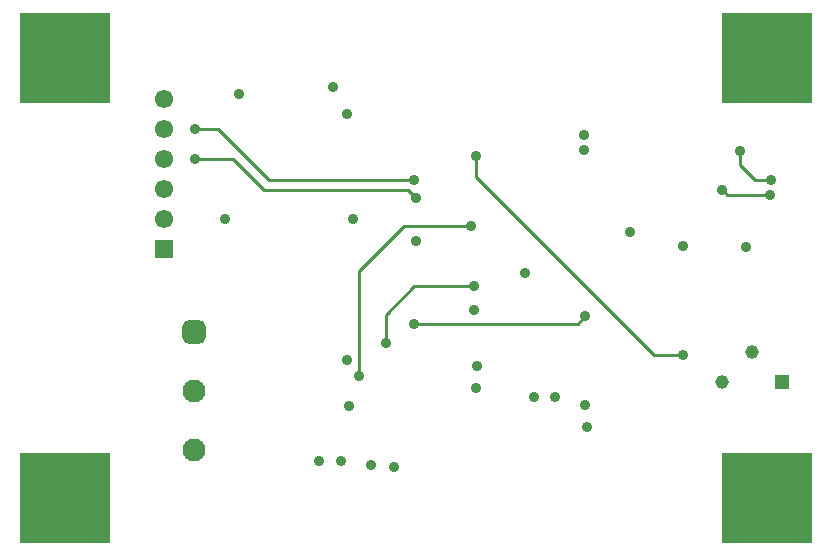
<source format=gbl>
G04*
G04 #@! TF.GenerationSoftware,Altium Limited,Altium Designer,24.9.1 (31)*
G04*
G04 Layer_Physical_Order=4*
G04 Layer_Color=16711680*
%FSLAX44Y44*%
%MOMM*%
G71*
G04*
G04 #@! TF.SameCoordinates,6922BCB2-4B6C-4A80-BBEF-7EC809250BDD*
G04*
G04*
G04 #@! TF.FilePolarity,Positive*
G04*
G01*
G75*
%ADD33R,1.1500X1.1500*%
%ADD34C,1.1500*%
%ADD39C,0.2540*%
%ADD40R,7.6200X7.6200*%
%ADD41C,1.9500*%
G04:AMPARAMS|DCode=42|XSize=1.95mm|YSize=1.95mm|CornerRadius=0.4875mm|HoleSize=0mm|Usage=FLASHONLY|Rotation=270.000|XOffset=0mm|YOffset=0mm|HoleType=Round|Shape=RoundedRectangle|*
%AMROUNDEDRECTD42*
21,1,1.9500,0.9750,0,0,270.0*
21,1,0.9750,1.9500,0,0,270.0*
1,1,0.9750,-0.4875,-0.4875*
1,1,0.9750,-0.4875,0.4875*
1,1,0.9750,0.4875,0.4875*
1,1,0.9750,0.4875,-0.4875*
%
%ADD42ROUNDEDRECTD42*%
%ADD43R,1.5500X1.5500*%
%ADD44C,1.5500*%
%ADD45C,0.8890*%
D33*
X1062990Y414020D02*
D03*
D34*
X1012190D02*
D03*
X1037590Y439420D02*
D03*
D39*
X955040Y436880D02*
X979170D01*
X803910Y588010D02*
X955040Y436880D01*
X751840Y495300D02*
X802640D01*
X566420Y603250D02*
X598170D01*
X624840Y576580D01*
X566420Y628650D02*
X585470D01*
X628650Y585470D01*
X751840D01*
X746760Y576580D02*
X753110Y570230D01*
X624840Y576580D02*
X746760D01*
X803910Y588010D02*
Y605790D01*
X1027430Y598170D02*
Y609600D01*
X1012190Y576580D02*
X1013043D01*
X1016853Y572770D02*
X1052830D01*
X1013043Y576580D02*
X1016853Y572770D01*
X1027430Y598170D02*
X1040075Y585525D01*
X1054045D01*
X727710Y447040D02*
Y471170D01*
X751840Y495300D01*
X704850Y419100D02*
Y508000D01*
X742950Y546100D01*
X800100D01*
X890270Y463550D02*
X896620Y469900D01*
X753110Y463550D02*
X890270D01*
D40*
X1050290Y316230D02*
D03*
X1050290Y688340D02*
D03*
X455930Y316230D02*
D03*
X455930Y688340D02*
D03*
D41*
X565230Y406403D02*
D03*
Y356403D02*
D03*
D42*
Y456402D02*
D03*
D43*
X539750Y527050D02*
D03*
D44*
Y552450D02*
D03*
Y577850D02*
D03*
Y603250D02*
D03*
Y628650D02*
D03*
Y654050D02*
D03*
D45*
X979170Y436880D02*
D03*
X802640Y495300D02*
D03*
X566420Y603250D02*
D03*
Y628650D02*
D03*
X694690Y641350D02*
D03*
X603250Y657860D02*
D03*
X753110Y570230D02*
D03*
X751840Y585470D02*
D03*
X734550Y342410D02*
D03*
X715500Y343680D02*
D03*
X690100Y347490D02*
D03*
X671050D02*
D03*
X696450Y394190D02*
D03*
X694690Y433070D02*
D03*
X897890Y375920D02*
D03*
X896620Y394970D02*
D03*
X853440Y401320D02*
D03*
X871220D02*
D03*
X805180Y427990D02*
D03*
X803910Y408940D02*
D03*
X845820Y506730D02*
D03*
X895350Y610870D02*
D03*
Y623570D02*
D03*
X802640Y474980D02*
D03*
X753110Y533400D02*
D03*
X803910Y605790D02*
D03*
X1027430Y609600D02*
D03*
X1012190Y576580D02*
D03*
X1054045Y585525D02*
D03*
X1052830Y572770D02*
D03*
X727710Y447040D02*
D03*
X751840Y463550D02*
D03*
X800100Y546100D02*
D03*
X704850Y419100D02*
D03*
X934720Y541020D02*
D03*
X979170Y529590D02*
D03*
X1032510Y528320D02*
D03*
X896620Y469900D02*
D03*
X591820Y552450D02*
D03*
X699770D02*
D03*
X683260Y664210D02*
D03*
M02*

</source>
